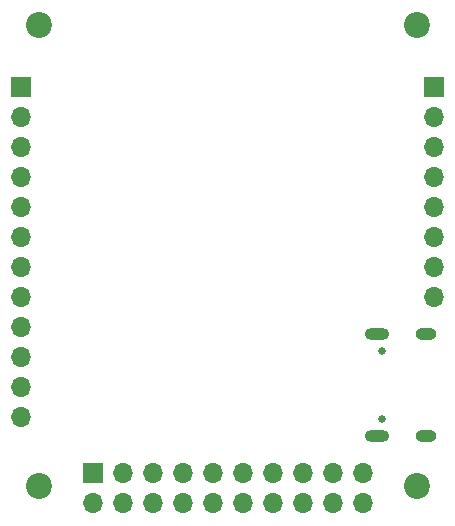
<source format=gbr>
%TF.GenerationSoftware,KiCad,Pcbnew,8.0.4*%
%TF.CreationDate,2024-09-07T18:47:58+01:00*%
%TF.ProjectId,Microll,4d696372-6f6c-46c2-9e6b-696361645f70,rev?*%
%TF.SameCoordinates,PX564eba0PY53724e0*%
%TF.FileFunction,Soldermask,Bot*%
%TF.FilePolarity,Negative*%
%FSLAX46Y46*%
G04 Gerber Fmt 4.6, Leading zero omitted, Abs format (unit mm)*
G04 Created by KiCad (PCBNEW 8.0.4) date 2024-09-07 18:47:58*
%MOMM*%
%LPD*%
G01*
G04 APERTURE LIST*
%ADD10O,1.700000X1.700000*%
%ADD11R,1.700000X1.700000*%
%ADD12C,2.200000*%
%ADD13O,1.800000X1.000000*%
%ADD14O,2.100000X1.000000*%
%ADD15C,0.650000*%
G04 APERTURE END LIST*
D10*
%TO.C,J1*%
X-1500000Y5810000D03*
X-1500000Y8350000D03*
X-1500000Y10890000D03*
X-1500000Y13430000D03*
X-1500000Y15970000D03*
X-1500000Y18510000D03*
X-1500000Y21050000D03*
X-1500000Y23590000D03*
X-1500000Y26130000D03*
X-1500000Y28670000D03*
X-1500000Y31210000D03*
D11*
X-1500000Y33750000D03*
%TD*%
D12*
%TO.C,H3*%
X0Y39000000D03*
%TD*%
%TO.C,H1*%
X0Y0D03*
%TD*%
%TO.C,H4*%
X32000000Y39000000D03*
%TD*%
D10*
%TO.C,J3*%
X33500000Y15970000D03*
X33500000Y18510000D03*
X33500000Y21050000D03*
X33500000Y23590000D03*
X33500000Y26130000D03*
X33500000Y28670000D03*
X33500000Y31210000D03*
D11*
X33500000Y33750000D03*
%TD*%
D12*
%TO.C,H2*%
X32000000Y0D03*
%TD*%
D10*
%TO.C,J2*%
X27460000Y-1500000D03*
X27460000Y1040000D03*
X24920000Y-1500000D03*
X24920000Y1040000D03*
X22380000Y-1500000D03*
X22380000Y1040000D03*
X19840000Y-1500000D03*
X19840000Y1040000D03*
X17300000Y-1500000D03*
X17300000Y1040000D03*
X14760000Y-1500000D03*
X14760000Y1040000D03*
X12220000Y-1500000D03*
X12220000Y1040000D03*
X9680000Y-1500000D03*
X9680000Y1040000D03*
X7140000Y-1500000D03*
X7140000Y1040000D03*
X4600000Y-1500000D03*
D11*
X4600000Y1040000D03*
%TD*%
D13*
%TO.C,J6*%
X32795000Y12829500D03*
D14*
X28615000Y12829500D03*
D13*
X32795000Y4189500D03*
D14*
X28615000Y4189500D03*
D15*
X29115000Y11399500D03*
X29115000Y5619500D03*
%TD*%
M02*

</source>
